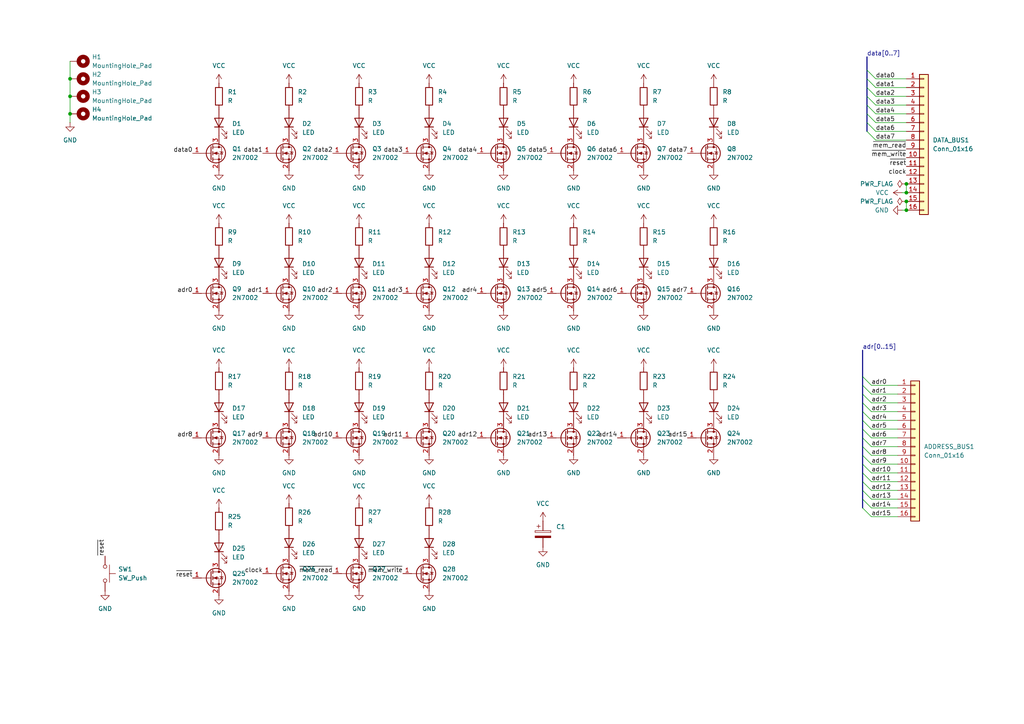
<source format=kicad_sch>
(kicad_sch (version 20250114) (generator "eeschema") (generator_version "9.0")
  (paper "A4")
  (title_block (title "PC-10 BUS SPY") (date "2025-02-27") (rev "A"))
  (junction (at 262.89 58.42))
  (junction (at 20.32 33.02))
  (junction (at 20.32 27.94))
  (junction (at 262.89 53.34))
  (junction (at 20.32 22.86))
  (junction (at 262.89 55.88))
  (junction (at 262.89 60.96))
  (bus_entry (at 251.46 20.32) (size 2.54 2.54))
  (bus_entry (at 250.19 139.7) (size 2.54 2.54))
  (bus_entry (at 250.19 142.24) (size 2.54 2.54))
  (bus_entry (at 251.46 33.02) (size 2.54 2.54))
  (bus_entry (at 250.19 132.08) (size 2.54 2.54))
  (bus_entry (at 251.46 22.86) (size 2.54 2.54))
  (bus_entry (at 250.19 144.78) (size 2.54 2.54))
  (bus_entry (at 250.19 116.84) (size 2.54 2.54))
  (bus_entry (at 250.19 109.22) (size 2.54 2.54))
  (bus_entry (at 251.46 25.4) (size 2.54 2.54))
  (bus_entry (at 250.19 114.3) (size 2.54 2.54))
  (bus_entry (at 251.46 35.56) (size 2.54 2.54))
  (bus_entry (at 250.19 134.62) (size 2.54 2.54))
  (bus_entry (at 250.19 119.38) (size 2.54 2.54))
  (bus_entry (at 250.19 127) (size 2.54 2.54))
  (bus_entry (at 250.19 129.54) (size 2.54 2.54))
  (bus_entry (at 250.19 124.46) (size 2.54 2.54))
  (bus_entry (at 250.19 121.92) (size 2.54 2.54))
  (bus_entry (at 250.19 111.76) (size 2.54 2.54))
  (bus_entry (at 250.19 137.16) (size 2.54 2.54))
  (bus_entry (at 251.46 38.1) (size 2.54 2.54))
  (bus_entry (at 251.46 30.48) (size 2.54 2.54))
  (bus_entry (at 251.46 27.94) (size 2.54 2.54))
  (bus_entry (at 250.19 147.32) (size 2.54 2.54))
  (wire (pts (xy 261.62 60.96) (xy 262.89 60.96)))
  (wire (pts (xy 252.73 124.46) (xy 260.35 124.46)))
  (wire (pts (xy 254 40.64) (xy 262.89 40.64)))
  (bus (pts (xy 250.19 109.22) (xy 250.19 111.76)))
  (bus (pts (xy 250.19 142.24) (xy 250.19 144.78)))
  (bus (pts (xy 250.19 101.6) (xy 250.19 109.22)))
  (bus (pts (xy 251.46 35.56) (xy 251.46 38.1)))
  (wire (pts (xy 20.32 27.94) (xy 20.32 33.02)))
  (bus (pts (xy 250.19 137.16) (xy 250.19 139.7)))
  (wire (pts (xy 20.32 17.78) (xy 20.32 22.86)))
  (wire (pts (xy 254 25.4) (xy 262.89 25.4)))
  (bus (pts (xy 250.19 134.62) (xy 250.19 137.16)))
  (wire (pts (xy 252.73 149.86) (xy 260.35 149.86)))
  (wire (pts (xy 252.73 132.08) (xy 260.35 132.08)))
  (bus (pts (xy 250.19 144.78) (xy 250.19 147.32)))
  (wire (pts (xy 252.73 121.92) (xy 260.35 121.92)))
  (bus (pts (xy 251.46 25.4) (xy 251.46 27.94)))
  (wire (pts (xy 254 27.94) (xy 262.89 27.94)))
  (bus (pts (xy 250.19 129.54) (xy 250.19 132.08)))
  (bus (pts (xy 250.19 139.7) (xy 250.19 142.24)))
  (bus (pts (xy 251.46 22.86) (xy 251.46 25.4)))
  (bus (pts (xy 250.19 116.84) (xy 250.19 119.38)))
  (wire (pts (xy 252.73 139.7) (xy 260.35 139.7)))
  (wire (pts (xy 252.73 111.76) (xy 260.35 111.76)))
  (wire (pts (xy 252.73 119.38) (xy 260.35 119.38)))
  (bus (pts (xy 251.46 16.51) (xy 251.46 20.32)))
  (wire (pts (xy 254 30.48) (xy 262.89 30.48)))
  (wire (pts (xy 252.73 137.16) (xy 260.35 137.16)))
  (wire (pts (xy 254 35.56) (xy 262.89 35.56)))
  (wire (pts (xy 254 33.02) (xy 262.89 33.02)))
  (bus (pts (xy 250.19 132.08) (xy 250.19 134.62)))
  (wire (pts (xy 252.73 127) (xy 260.35 127)))
  (bus (pts (xy 251.46 30.48) (xy 251.46 33.02)))
  (bus (pts (xy 250.19 119.38) (xy 250.19 121.92)))
  (wire (pts (xy 261.62 55.88) (xy 262.89 55.88)))
  (bus (pts (xy 250.19 121.92) (xy 250.19 124.46)))
  (bus (pts (xy 251.46 33.02) (xy 251.46 35.56)))
  (wire (pts (xy 252.73 144.78) (xy 260.35 144.78)))
  (bus (pts (xy 250.19 114.3) (xy 250.19 116.84)))
  (bus (pts (xy 250.19 111.76) (xy 250.19 114.3)))
  (wire (pts (xy 252.73 116.84) (xy 260.35 116.84)))
  (wire (pts (xy 252.73 147.32) (xy 260.35 147.32)))
  (bus (pts (xy 251.46 20.32) (xy 251.46 22.86)))
  (wire (pts (xy 252.73 134.62) (xy 260.35 134.62)))
  (wire (pts (xy 254 22.86) (xy 262.89 22.86)))
  (wire (pts (xy 254 38.1) (xy 262.89 38.1)))
  (wire (pts (xy 252.73 114.3) (xy 260.35 114.3)))
  (bus (pts (xy 250.19 124.46) (xy 250.19 127)))
  (wire (pts (xy 262.89 58.42) (xy 262.89 60.96)))
  (wire (pts (xy 262.89 53.34) (xy 262.89 55.88)))
  (bus (pts (xy 251.46 27.94) (xy 251.46 30.48)))
  (bus (pts (xy 250.19 127) (xy 250.19 129.54)))
  (wire (pts (xy 252.73 142.24) (xy 260.35 142.24)))
  (wire (pts (xy 20.32 35.56) (xy 20.32 33.02)))
  (wire (pts (xy 20.32 22.86) (xy 20.32 27.94)))
  (wire (pts (xy 252.73 129.54) (xy 260.35 129.54)))
  (label "adr14" (at 179.07 127 180))
  (label "data3" (at 254 30.48 0))
  (label "adr5" (at 158.75 85.09 180))
  (label "adr2" (at 252.73 116.84 0))
  (label "data2" (at 96.52 44.45 180))
  (label "adr13" (at 158.75 127 180))
  (label "adr13" (at 252.73 144.78 0))
  (label "~{reset}" (at 262.89 48.26 180))
  (label "adr11" (at 116.84 127 180))
  (label "adr2" (at 96.52 85.09 180))
  (label "adr11" (at 252.73 139.7 0))
  (label "adr6" (at 179.07 85.09 180))
  (label "data5" (at 158.75 44.45 180))
  (label "data5" (at 254 35.56 0))
  (label "~{mem_write}" (at 262.89 45.72 180))
  (label "adr6" (at 252.73 127 0))
  (label "~{mem_read}" (at 262.89 43.18 180))
  (label "adr12" (at 138.43 127 180))
  (label "adr1" (at 76.2 85.09 180))
  (label "data7" (at 254 40.64 0))
  (label "data4" (at 254 33.02 0))
  (label "adr0" (at 55.88 85.09 180))
  (label "data6" (at 179.07 44.45 180))
  (label "adr7" (at 199.39 85.09 180))
  (label "~{reset}" (at 30.48 161.29 90))
  (label "adr15" (at 252.73 149.86 0))
  (label "data2" (at 254 27.94 0))
  (label "adr8" (at 55.88 127 180))
  (label "adr12" (at 252.73 142.24 0))
  (label "clock" (at 262.89 50.8 180))
  (label "adr8" (at 252.73 132.08 0))
  (label "~{mem_write}" (at 116.84 166.37 180))
  (label "data7" (at 199.39 44.45 180))
  (label "~{mem_read}" (at 96.52 166.37 180))
  (label "adr7" (at 252.73 129.54 0))
  (label "adr15" (at 199.39 127 180))
  (label "adr4" (at 138.43 85.09 180))
  (label "adr10" (at 96.52 127 180))
  (label "adr10" (at 252.73 137.16 0))
  (label "data[0..7]" (at 251.46 16.51 0))
  (label "~{reset}" (at 55.88 167.64 180))
  (label "adr4" (at 252.73 121.92 0))
  (label "data4" (at 138.43 44.45 180))
  (label "adr9" (at 76.2 127 180))
  (label "adr14" (at 252.73 147.32 0))
  (label "data3" (at 116.84 44.45 180))
  (label "data1" (at 254 25.4 0))
  (label "adr1" (at 252.73 114.3 0))
  (label "clock" (at 76.2 166.37 180))
  (label "data0" (at 55.88 44.45 180))
  (label "data6" (at 254 38.1 0))
  (label "adr[0..15]" (at 250.19 101.6 0))
  (label "adr3" (at 252.73 119.38 0))
  (label "data1" (at 76.2 44.45 180))
  (label "adr3" (at 116.84 85.09 180))
  (label "data0" (at 254 22.86 0))
  (label "adr0" (at 252.73 111.76 0))
  (label "adr9" (at 252.73 134.62 0))
  (label "adr5" (at 252.73 124.46 0))
  (symbol (lib_id "power:GND") (at 63.5 172.72 0) (unit 1)
    (property "Reference" "#PWR072" (effects (hide yes)))
    (property "Value" "GND" (at 63.5 177.8 0))
    (property "Description" "Power symbol creates a global label with name \"GND\" , ground" (effects (hide yes)))
  )
  (symbol (lib_id "Device:R") (at 124.46 68.58 0) (unit 1)
    (property "Reference" "R12" (at 127 67.3099 0) (effects (justify left)))
    (property "Value" "R" (at 127 69.8499 0) (effects (justify left)))
    (property "Footprint" "Resistor_SMD:R_0603_1608Metric" (effects (hide yes)))
    (property "Description" "Resistor" (effects (hide yes)))
  )
  (symbol (lib_id "power:VCC") (at 186.69 64.77 0) (unit 1)
    (property "Reference" "#PWR051" (effects (hide yes)))
    (property "Value" "VCC" (at 186.69 59.69 0))
    (property "Description" "Power symbol creates a global label with name \"VCC\"" (effects (hide yes)))
  )
  (symbol (lib_id "power:VCC") (at 166.37 64.77 0) (unit 1)
    (property "Reference" "#PWR049" (effects (hide yes)))
    (property "Value" "VCC" (at 166.37 59.69 0))
    (property "Description" "Power symbol creates a global label with name \"VCC\"" (effects (hide yes)))
  )
  (symbol (lib_id "Device:LED") (at 207.01 118.11 90) (unit 1)
    (property "Reference" "D24" (at 210.82 118.4274 90) (effects (justify right)))
    (property "Value" "LED" (at 210.82 120.9674 90) (effects (justify right)))
    (property "Footprint" "LED_SMD:LED_0603_1608Metric" (effects (hide yes)))
    (property "Description" "Light emitting diode" (effects (hide yes)))
    (property "Sim.Pins" "1=K 2=A" (effects (hide yes)))
  )
  (symbol (lib_id "Transistor_FET:2N7002") (at 184.15 85.09 0) (unit 1)
    (property "Reference" "Q15" (at 190.5 83.8199 0) (effects (justify left)))
    (property "Value" "2N7002" (at 190.5 86.3599 0) (effects (justify left)))
    (property "Footprint" "Package_TO_SOT_SMD:SOT-23" (effects (hide yes)))
    (property "Datasheet" "https://www.onsemi.com/pub/Collateral/NDS7002A-D.PDF" (effects (hide yes)))
    (property "Description" "0.115A Id, 60V Vds, N-Channel MOSFET, SOT-23" (effects (hide yes)))
  )
  (symbol (lib_id "power:VCC") (at 63.5 24.13 0) (unit 1)
    (property "Reference" "#PWR023" (effects (hide yes)))
    (property "Value" "VCC" (at 63.5 19.05 0))
    (property "Description" "Power symbol creates a global label with name \"VCC\"" (effects (hide yes)))
  )
  (symbol (lib_id "Device:LED") (at 124.46 157.48 90) (unit 1)
    (property "Reference" "D28" (at 128.27 157.7974 90) (effects (justify right)))
    (property "Value" "LED" (at 128.27 160.3374 90) (effects (justify right)))
    (property "Footprint" "LED_SMD:LED_0603_1608Metric" (effects (hide yes)))
    (property "Description" "Light emitting diode" (effects (hide yes)))
    (property "Sim.Pins" "1=K 2=A" (effects (hide yes)))
  )
  (symbol (lib_id "Device:LED") (at 207.01 76.2 90) (unit 1)
    (property "Reference" "D16" (at 210.82 76.5174 90) (effects (justify right)))
    (property "Value" "LED" (at 210.82 79.0574 90) (effects (justify right)))
    (property "Footprint" "LED_SMD:LED_0603_1608Metric" (effects (hide yes)))
    (property "Description" "Light emitting diode" (effects (hide yes)))
    (property "Sim.Pins" "1=K 2=A" (effects (hide yes)))
  )
  (symbol (lib_id "power:VCC") (at 124.46 64.77 0) (unit 1)
    (property "Reference" "#PWR045" (effects (hide yes)))
    (property "Value" "VCC" (at 124.46 59.69 0))
    (property "Description" "Power symbol creates a global label with name \"VCC\"" (effects (hide yes)))
  )
  (symbol (lib_id "power:VCC") (at 146.05 64.77 0) (unit 1)
    (property "Reference" "#PWR047" (effects (hide yes)))
    (property "Value" "VCC" (at 146.05 59.69 0))
    (property "Description" "Power symbol creates a global label with name \"VCC\"" (effects (hide yes)))
  )
  (symbol (lib_id "Device:LED") (at 63.5 76.2 90) (unit 1)
    (property "Reference" "D9" (at 67.31 76.5174 90) (effects (justify right)))
    (property "Value" "LED" (at 67.31 79.0574 90) (effects (justify right)))
    (property "Footprint" "LED_SMD:LED_0603_1608Metric" (effects (hide yes)))
    (property "Description" "Light emitting diode" (effects (hide yes)))
    (property "Sim.Pins" "1=K 2=A" (effects (hide yes)))
  )
  (symbol (lib_id "power:VCC") (at 104.14 64.77 0) (unit 1)
    (property "Reference" "#PWR043" (effects (hide yes)))
    (property "Value" "VCC" (at 104.14 59.69 0))
    (property "Description" "Power symbol creates a global label with name \"VCC\"" (effects (hide yes)))
  )
  (symbol (lib_id "Device:LED") (at 146.05 76.2 90) (unit 1)
    (property "Reference" "D13" (at 149.86 76.5174 90) (effects (justify right)))
    (property "Value" "LED" (at 149.86 79.0574 90) (effects (justify right)))
    (property "Footprint" "LED_SMD:LED_0603_1608Metric" (effects (hide yes)))
    (property "Description" "Light emitting diode" (effects (hide yes)))
    (property "Sim.Pins" "1=K 2=A" (effects (hide yes)))
  )
  (symbol (lib_id "Transistor_FET:2N7002") (at 163.83 44.45 0) (unit 1)
    (property "Reference" "Q6" (at 170.18 43.1799 0) (effects (justify left)))
    (property "Value" "2N7002" (at 170.18 45.7199 0) (effects (justify left)))
    (property "Footprint" "Package_TO_SOT_SMD:SOT-23" (effects (hide yes)))
    (property "Datasheet" "https://www.onsemi.com/pub/Collateral/NDS7002A-D.PDF" (effects (hide yes)))
    (property "Description" "0.115A Id, 60V Vds, N-Channel MOSFET, SOT-23" (effects (hide yes)))
  )
  (symbol (lib_id "Device:R") (at 83.82 149.86 0) (unit 1)
    (property "Reference" "R26" (at 86.36 148.5899 0) (effects (justify left)))
    (property "Value" "R" (at 86.36 151.1299 0) (effects (justify left)))
    (property "Footprint" "Resistor_SMD:R_0603_1608Metric" (effects (hide yes)))
    (property "Description" "Resistor" (effects (hide yes)))
  )
  (symbol (lib_id "power:GND") (at 83.82 90.17 0) (unit 1)
    (property "Reference" "#PWR042" (effects (hide yes)))
    (property "Value" "GND" (at 83.82 95.25 0))
    (property "Description" "Power symbol creates a global label with name \"GND\" , ground" (effects (hide yes)))
  )
  (symbol (lib_id "Device:R") (at 166.37 68.58 0) (unit 1)
    (property "Reference" "R14" (at 168.91 67.3099 0) (effects (justify left)))
    (property "Value" "R" (at 168.91 69.8499 0) (effects (justify left)))
    (property "Footprint" "Resistor_SMD:R_0603_1608Metric" (effects (hide yes)))
    (property "Description" "Resistor" (effects (hide yes)))
  )
  (symbol (lib_id "Device:R") (at 83.82 68.58 0) (unit 1)
    (property "Reference" "R10" (at 86.36 67.3099 0) (effects (justify left)))
    (property "Value" "R" (at 86.36 69.8499 0) (effects (justify left)))
    (property "Footprint" "Resistor_SMD:R_0603_1608Metric" (effects (hide yes)))
    (property "Description" "Resistor" (effects (hide yes)))
  )
  (symbol (lib_id "Transistor_FET:2N7002") (at 184.15 127 0) (unit 1)
    (property "Reference" "Q23" (at 190.5 125.7299 0) (effects (justify left)))
    (property "Value" "2N7002" (at 190.5 128.2699 0) (effects (justify left)))
    (property "Footprint" "Package_TO_SOT_SMD:SOT-23" (effects (hide yes)))
    (property "Datasheet" "https://www.onsemi.com/pub/Collateral/NDS7002A-D.PDF" (effects (hide yes)))
    (property "Description" "0.115A Id, 60V Vds, N-Channel MOSFET, SOT-23" (effects (hide yes)))
  )
  (symbol (lib_id "Device:R") (at 146.05 68.58 0) (unit 1)
    (property "Reference" "R13" (at 148.59 67.3099 0) (effects (justify left)))
    (property "Value" "R" (at 148.59 69.8499 0) (effects (justify left)))
    (property "Footprint" "Resistor_SMD:R_0603_1608Metric" (effects (hide yes)))
    (property "Description" "Resistor" (effects (hide yes)))
  )
  (symbol (lib_id "power:GND") (at 104.14 171.45 0) (unit 1)
    (property "Reference" "#PWR076" (effects (hide yes)))
    (property "Value" "GND" (at 104.14 176.53 0))
    (property "Description" "Power symbol creates a global label with name \"GND\" , ground" (effects (hide yes)))
  )
  (symbol (lib_id "power:VCC") (at 83.82 64.77 0) (unit 1)
    (property "Reference" "#PWR041" (effects (hide yes)))
    (property "Value" "VCC" (at 83.82 59.69 0))
    (property "Description" "Power symbol creates a global label with name \"VCC\"" (effects (hide yes)))
  )
  (symbol (lib_id "power:VCC") (at 124.46 146.05 0) (unit 1)
    (property "Reference" "#PWR077" (effects (hide yes)))
    (property "Value" "VCC" (at 124.46 140.97 0))
    (property "Description" "Power symbol creates a global label with name \"VCC\"" (effects (hide yes)))
  )
  (symbol (lib_id "power:VCC") (at 186.69 24.13 0) (unit 1)
    (property "Reference" "#PWR035" (effects (hide yes)))
    (property "Value" "VCC" (at 186.69 19.05 0))
    (property "Description" "Power symbol creates a global label with name \"VCC\"" (effects (hide yes)))
  )
  (symbol (lib_id "Transistor_FET:2N7002") (at 60.96 85.09 0) (unit 1)
    (property "Reference" "Q9" (at 67.31 83.8199 0) (effects (justify left)))
    (property "Value" "2N7002" (at 67.31 86.3599 0) (effects (justify left)))
    (property "Footprint" "Package_TO_SOT_SMD:SOT-23" (effects (hide yes)))
    (property "Datasheet" "https://www.onsemi.com/pub/Collateral/NDS7002A-D.PDF" (effects (hide yes)))
    (property "Description" "0.115A Id, 60V Vds, N-Channel MOSFET, SOT-23" (effects (hide yes)))
  )
  (symbol (lib_id "Device:LED") (at 63.5 35.56 90) (unit 1)
    (property "Reference" "D1" (at 67.31 35.8774 90) (effects (justify right)))
    (property "Value" "LED" (at 67.31 38.4174 90) (effects (justify right)))
    (property "Footprint" "LED_SMD:LED_0603_1608Metric" (effects (hide yes)))
    (property "Description" "Light emitting diode" (effects (hide yes)))
    (property "Sim.Pins" "1=K 2=A" (effects (hide yes)))
  )
  (symbol (lib_id "power:VCC") (at 124.46 24.13 0) (unit 1)
    (property "Reference" "#PWR026" (effects (hide yes)))
    (property "Value" "VCC" (at 124.46 19.05 0))
    (property "Description" "Power symbol creates a global label with name \"VCC\"" (effects (hide yes)))
  )
  (symbol (lib_id "power:GND") (at 124.46 171.45 0) (unit 1)
    (property "Reference" "#PWR078" (effects (hide yes)))
    (property "Value" "GND" (at 124.46 176.53 0))
    (property "Description" "Power symbol creates a global label with name \"GND\" , ground" (effects (hide yes)))
  )
  (symbol (lib_id "Device:R") (at 83.82 27.94 0) (unit 1)
    (property "Reference" "R2" (at 86.36 26.6699 0) (effects (justify left)))
    (property "Value" "R" (at 86.36 29.2099 0) (effects (justify left)))
    (property "Footprint" "Resistor_SMD:R_0603_1608Metric" (effects (hide yes)))
    (property "Description" "Resistor" (effects (hide yes)))
  )
  (symbol (lib_id "power:GND") (at 83.82 171.45 0) (unit 1)
    (property "Reference" "#PWR074" (effects (hide yes)))
    (property "Value" "GND" (at 83.82 176.53 0))
    (property "Description" "Power symbol creates a global label with name \"GND\" , ground" (effects (hide yes)))
  )
  (symbol (lib_id "Transistor_FET:2N7002") (at 121.92 166.37 0) (unit 1)
    (property "Reference" "Q28" (at 128.27 165.0999 0) (effects (justify left)))
    (property "Value" "2N7002" (at 128.27 167.6399 0) (effects (justify left)))
    (property "Footprint" "Package_TO_SOT_SMD:SOT-23" (effects (hide yes)))
    (property "Datasheet" "https://www.onsemi.com/pub/Collateral/NDS7002A-D.PDF" (effects (hide yes)))
    (property "Description" "0.115A Id, 60V Vds, N-Channel MOSFET, SOT-23" (effects (hide yes)))
  )
  (symbol (lib_id "Device:LED") (at 63.5 118.11 90) (unit 1)
    (property "Reference" "D17" (at 67.31 118.4274 90) (effects (justify right)))
    (property "Value" "LED" (at 67.31 120.9674 90) (effects (justify right)))
    (property "Footprint" "LED_SMD:LED_0603_1608Metric" (effects (hide yes)))
    (property "Description" "Light emitting diode" (effects (hide yes)))
    (property "Sim.Pins" "1=K 2=A" (effects (hide yes)))
  )
  (symbol (lib_id "Transistor_FET:2N7002") (at 204.47 44.45 0) (unit 1)
    (property "Reference" "Q8" (at 210.82 43.1799 0) (effects (justify left)))
    (property "Value" "2N7002" (at 210.82 45.7199 0) (effects (justify left)))
    (property "Footprint" "Package_TO_SOT_SMD:SOT-23" (effects (hide yes)))
    (property "Datasheet" "https://www.onsemi.com/pub/Collateral/NDS7002A-D.PDF" (effects (hide yes)))
    (property "Description" "0.115A Id, 60V Vds, N-Channel MOSFET, SOT-23" (effects (hide yes)))
  )
  (symbol (lib_id "power:VCC") (at 207.01 64.77 0) (unit 1)
    (property "Reference" "#PWR053" (effects (hide yes)))
    (property "Value" "VCC" (at 207.01 59.69 0))
    (property "Description" "Power symbol creates a global label with name \"VCC\"" (effects (hide yes)))
  )
  (symbol (lib_id "Transistor_FET:2N7002") (at 204.47 85.09 0) (unit 1)
    (property "Reference" "Q16" (at 210.82 83.8199 0) (effects (justify left)))
    (property "Value" "2N7002" (at 210.82 86.3599 0) (effects (justify left)))
    (property "Footprint" "Package_TO_SOT_SMD:SOT-23" (effects (hide yes)))
    (property "Datasheet" "https://www.onsemi.com/pub/Collateral/NDS7002A-D.PDF" (effects (hide yes)))
    (property "Description" "0.115A Id, 60V Vds, N-Channel MOSFET, SOT-23" (effects (hide yes)))
  )
  (symbol (lib_id "power:GND") (at 186.69 132.08 0) (unit 1)
    (property "Reference" "#PWR068" (effects (hide yes)))
    (property "Value" "GND" (at 186.69 137.16 0))
    (property "Description" "Power symbol creates a global label with name \"GND\" , ground" (effects (hide yes)))
  )
  (symbol (lib_id "Device:LED") (at 207.01 35.56 90) (unit 1)
    (property "Reference" "D8" (at 210.82 35.8774 90) (effects (justify right)))
    (property "Value" "LED" (at 210.82 38.4174 90) (effects (justify right)))
    (property "Footprint" "LED_SMD:LED_0603_1608Metric" (effects (hide yes)))
    (property "Description" "Light emitting diode" (effects (hide yes)))
    (property "Sim.Pins" "1=K 2=A" (effects (hide yes)))
  )
  (symbol (lib_id "Transistor_FET:2N7002") (at 121.92 85.09 0) (unit 1)
    (property "Reference" "Q12" (at 128.27 83.8199 0) (effects (justify left)))
    (property "Value" "2N7002" (at 128.27 86.3599 0) (effects (justify left)))
    (property "Footprint" "Package_TO_SOT_SMD:SOT-23" (effects (hide yes)))
    (property "Datasheet" "https://www.onsemi.com/pub/Collateral/NDS7002A-D.PDF" (effects (hide yes)))
    (property "Description" "0.115A Id, 60V Vds, N-Channel MOSFET, SOT-23" (effects (hide yes)))
  )
  (symbol (lib_id "Device:R") (at 63.5 151.13 0) (unit 1)
    (property "Reference" "R25" (at 66.04 149.8599 0) (effects (justify left)))
    (property "Value" "R" (at 66.04 152.3999 0) (effects (justify left)))
    (property "Footprint" "Resistor_SMD:R_0603_1608Metric" (effects (hide yes)))
    (property "Description" "Resistor" (effects (hide yes)))
  )
  (symbol (lib_id "Device:R") (at 207.01 110.49 0) (unit 1)
    (property "Reference" "R24" (at 209.55 109.2199 0) (effects (justify left)))
    (property "Value" "R" (at 209.55 111.7599 0) (effects (justify left)))
    (property "Footprint" "Resistor_SMD:R_0603_1608Metric" (effects (hide yes)))
    (property "Description" "Resistor" (effects (hide yes)))
  )
  (symbol (lib_id "Device:LED") (at 83.82 118.11 90) (unit 1)
    (property "Reference" "D18" (at 87.63 118.4274 90) (effects (justify right)))
    (property "Value" "LED" (at 87.63 120.9674 90) (effects (justify right)))
    (property "Footprint" "LED_SMD:LED_0603_1608Metric" (effects (hide yes)))
    (property "Description" "Light emitting diode" (effects (hide yes)))
    (property "Sim.Pins" "1=K 2=A" (effects (hide yes)))
  )
  (symbol (lib_id "Device:LED") (at 124.46 118.11 90) (unit 1)
    (property "Reference" "D20" (at 128.27 118.4274 90) (effects (justify right)))
    (property "Value" "LED" (at 128.27 120.9674 90) (effects (justify right)))
    (property "Footprint" "LED_SMD:LED_0603_1608Metric" (effects (hide yes)))
    (property "Description" "Light emitting diode" (effects (hide yes)))
    (property "Sim.Pins" "1=K 2=A" (effects (hide yes)))
  )
  (symbol (lib_id "Transistor_FET:2N7002") (at 204.47 127 0) (unit 1)
    (property "Reference" "Q24" (at 210.82 125.7299 0) (effects (justify left)))
    (property "Value" "2N7002" (at 210.82 128.2699 0) (effects (justify left)))
    (property "Footprint" "Package_TO_SOT_SMD:SOT-23" (effects (hide yes)))
    (property "Datasheet" "https://www.onsemi.com/pub/Collateral/NDS7002A-D.PDF" (effects (hide yes)))
    (property "Description" "0.115A Id, 60V Vds, N-Channel MOSFET, SOT-23" (effects (hide yes)))
  )
  (symbol (lib_id "Device:R") (at 104.14 68.58 0) (unit 1)
    (property "Reference" "R11" (at 106.68 67.3099 0) (effects (justify left)))
    (property "Value" "R" (at 106.68 69.8499 0) (effects (justify left)))
    (property "Footprint" "Resistor_SMD:R_0603_1608Metric" (effects (hide yes)))
    (property "Description" "Resistor" (effects (hide yes)))
  )
  (symbol (lib_id "power:GND") (at 83.82 49.53 0) (unit 1)
    (property "Reference" "#PWR028" (effects (hide yes)))
    (property "Value" "GND" (at 83.82 54.61 0))
    (property "Description" "Power symbol creates a global label with name \"GND\" , ground" (effects (hide yes)))
  )
  (symbol (lib_id "power:GND") (at 104.14 49.53 0) (unit 1)
    (property "Reference" "#PWR029" (effects (hide yes)))
    (property "Value" "GND" (at 104.14 54.61 0))
    (property "Description" "Power symbol creates a global label with name \"GND\" , ground" (effects (hide yes)))
  )
  (symbol (lib_id "Transistor_FET:2N7002") (at 101.6 44.45 0) (unit 1)
    (property "Reference" "Q3" (at 107.95 43.1799 0) (effects (justify left)))
    (property "Value" "2N7002" (at 107.95 45.7199 0) (effects (justify left)))
    (property "Footprint" "Package_TO_SOT_SMD:SOT-23" (effects (hide yes)))
    (property "Datasheet" "https://www.onsemi.com/pub/Collateral/NDS7002A-D.PDF" (effects (hide yes)))
    (property "Description" "0.115A Id, 60V Vds, N-Channel MOSFET, SOT-23" (effects (hide yes)))
  )
  (symbol (lib_id "Device:R") (at 63.5 68.58 0) (unit 1)
    (property "Reference" "R9" (at 66.04 67.3099 0) (effects (justify left)))
    (property "Value" "R" (at 66.04 69.8499 0) (effects (justify left)))
    (property "Footprint" "Resistor_SMD:R_0603_1608Metric" (effects (hide yes)))
    (property "Description" "Resistor" (effects (hide yes)))
  )
  (symbol (lib_id "power:VCC") (at 83.82 24.13 0) (unit 1)
    (property "Reference" "#PWR024" (effects (hide yes)))
    (property "Value" "VCC" (at 83.82 19.05 0))
    (property "Description" "Power symbol creates a global label with name \"VCC\"" (effects (hide yes)))
  )
  (symbol (lib_id "Transistor_FET:2N7002") (at 121.92 127 0) (unit 1)
    (property "Reference" "Q20" (at 128.27 125.7299 0) (effects (justify left)))
    (property "Value" "2N7002" (at 128.27 128.2699 0) (effects (justify left)))
    (property "Footprint" "Package_TO_SOT_SMD:SOT-23" (effects (hide yes)))
    (property "Datasheet" "https://www.onsemi.com/pub/Collateral/NDS7002A-D.PDF" (effects (hide yes)))
    (property "Description" "0.115A Id, 60V Vds, N-Channel MOSFET, SOT-23" (effects (hide yes)))
  )
  (symbol (lib_id "Mechanical:MountingHole_Pad") (at 22.86 22.86 270) (unit 1) (exclude_from_sim yes) (in_bom no)
    (property "Reference" "H2" (at 26.67 21.5899 90) (effects (justify left)))
    (property "Value" "MountingHole_Pad" (at 26.67 24.1299 90) (effects (justify left)))
    (property "Footprint" "MountingHole:MountingHole_3.2mm_M3_Pad_Via" (effects (hide yes)))
    (property "Description" "Mounting Hole with connection" (effects (hide yes)))
  )
  (symbol (lib_id "power:VCC") (at 186.69 106.68 0) (unit 1)
    (property "Reference" "#PWR067" (effects (hide yes)))
    (property "Value" "VCC" (at 186.69 101.6 0))
    (property "Description" "Power symbol creates a global label with name \"VCC\"" (effects (hide yes)))
  )
  (symbol (lib_id "power:VCC") (at 63.5 147.32 0) (unit 1)
    (property "Reference" "#PWR071" (effects (hide yes)))
    (property "Value" "VCC" (at 63.5 142.24 0))
    (property "Description" "Power symbol creates a global label with name \"VCC\"" (effects (hide yes)))
  )
  (symbol (lib_id "Transistor_FET:2N7002") (at 143.51 85.09 0) (unit 1)
    (property "Reference" "Q13" (at 149.86 83.8199 0) (effects (justify left)))
    (property "Value" "2N7002" (at 149.86 86.3599 0) (effects (justify left)))
    (property "Footprint" "Package_TO_SOT_SMD:SOT-23" (effects (hide yes)))
    (property "Datasheet" "https://www.onsemi.com/pub/Collateral/NDS7002A-D.PDF" (effects (hide yes)))
    (property "Description" "0.115A Id, 60V Vds, N-Channel MOSFET, SOT-23" (effects (hide yes)))
  )
  (symbol (lib_id "Transistor_FET:2N7002") (at 143.51 44.45 0) (unit 1)
    (property "Reference" "Q5" (at 149.86 43.1799 0) (effects (justify left)))
    (property "Value" "2N7002" (at 149.86 45.7199 0) (effects (justify left)))
    (property "Footprint" "Package_TO_SOT_SMD:SOT-23" (effects (hide yes)))
    (property "Datasheet" "https://www.onsemi.com/pub/Collateral/NDS7002A-D.PDF" (effects (hide yes)))
    (property "Description" "0.115A Id, 60V Vds, N-Channel MOSFET, SOT-23" (effects (hide yes)))
  )
  (symbol (lib_id "Device:R") (at 186.69 68.58 0) (unit 1)
    (property "Reference" "R15" (at 189.23 67.3099 0) (effects (justify left)))
    (property "Value" "R" (at 189.23 69.8499 0) (effects (justify left)))
    (property "Footprint" "Resistor_SMD:R_0603_1608Metric" (effects (hide yes)))
    (property "Description" "Resistor" (effects (hide yes)))
  )
  (symbol (lib_id "Device:LED") (at 124.46 76.2 90) (unit 1)
    (property "Reference" "D12" (at 128.27 76.5174 90) (effects (justify right)))
    (property "Value" "LED" (at 128.27 79.0574 90) (effects (justify right)))
    (property "Footprint" "LED_SMD:LED_0603_1608Metric" (effects (hide yes)))
    (property "Description" "Light emitting diode" (effects (hide yes)))
    (property "Sim.Pins" "1=K 2=A" (effects (hide yes)))
  )
  (symbol (lib_id "Transistor_FET:2N7002") (at 81.28 85.09 0) (unit 1)
    (property "Reference" "Q10" (at 87.63 83.8199 0) (effects (justify left)))
    (property "Value" "2N7002" (at 87.63 86.3599 0) (effects (justify left)))
    (property "Footprint" "Package_TO_SOT_SMD:SOT-23" (effects (hide yes)))
    (property "Datasheet" "https://www.onsemi.com/pub/Collateral/NDS7002A-D.PDF" (effects (hide yes)))
    (property "Description" "0.115A Id, 60V Vds, N-Channel MOSFET, SOT-23" (effects (hide yes)))
  )
  (symbol (lib_id "power:GND") (at 63.5 49.53 0) (unit 1)
    (property "Reference" "#PWR027" (effects (hide yes)))
    (property "Value" "GND" (at 63.5 54.61 0))
    (property "Description" "Power symbol creates a global label with name \"GND\" , ground" (effects (hide yes)))
  )
  (symbol (lib_id "power:GND") (at 124.46 90.17 0) (unit 1)
    (property "Reference" "#PWR046" (effects (hide yes)))
    (property "Value" "GND" (at 124.46 95.25 0))
    (property "Description" "Power symbol creates a global label with name \"GND\" , ground" (effects (hide yes)))
  )
  (symbol (lib_id "Device:R") (at 207.01 27.94 0) (unit 1)
    (property "Reference" "R8" (at 209.55 26.6699 0) (effects (justify left)))
    (property "Value" "R" (at 209.55 29.2099 0) (effects (justify left)))
    (property "Footprint" "Resistor_SMD:R_0603_1608Metric" (effects (hide yes)))
    (property "Description" "Resistor" (effects (hide yes)))
  )
  (symbol (lib_id "Mechanical:MountingHole_Pad") (at 22.86 17.78 270) (unit 1) (exclude_from_sim yes) (in_bom no)
    (property "Reference" "H1" (at 26.67 16.5099 90) (effects (justify left)))
    (property "Value" "MountingHole_Pad" (at 26.67 19.0499 90) (effects (justify left)))
    (property "Footprint" "MountingHole:MountingHole_3.2mm_M3_Pad_Via" (effects (hide yes)))
    (property "Description" "Mounting Hole with connection" (effects (hide yes)))
  )
  (symbol (lib_id "Transistor_FET:2N7002") (at 184.15 44.45 0) (unit 1)
    (property "Reference" "Q7" (at 190.5 43.1799 0) (effects (justify left)))
    (property "Value" "2N7002" (at 190.5 45.7199 0) (effects (justify left)))
    (property "Footprint" "Package_TO_SOT_SMD:SOT-23" (effects (hide yes)))
    (property "Datasheet" "https://www.onsemi.com/pub/Collateral/NDS7002A-D.PDF" (effects (hide yes)))
    (property "Description" "0.115A Id, 60V Vds, N-Channel MOSFET, SOT-23" (effects (hide yes)))
  )
  (symbol (lib_id "power:VCC") (at 83.82 106.68 0) (unit 1)
    (property "Reference" "#PWR057" (effects (hide yes)))
    (property "Value" "VCC" (at 83.82 101.6 0))
    (property "Description" "Power symbol creates a global label with name \"VCC\"" (effects (hide yes)))
  )
  (symbol (lib_id "power:VCC") (at 124.46 106.68 0) (unit 1)
    (property "Reference" "#PWR061" (effects (hide yes)))
    (property "Value" "VCC" (at 124.46 101.6 0))
    (property "Description" "Power symbol creates a global label with name \"VCC\"" (effects (hide yes)))
  )
  (symbol (lib_id "power:VCC") (at 63.5 106.68 0) (unit 1)
    (property "Reference" "#PWR055" (effects (hide yes)))
    (property "Value" "VCC" (at 63.5 101.6 0))
    (property "Description" "Power symbol creates a global label with name \"VCC\"" (effects (hide yes)))
  )
  (symbol (lib_id "power:GND") (at 30.48 171.45 0) (unit 1)
    (property "Reference" "#PWR079" (effects (hide yes)))
    (property "Value" "GND" (at 30.48 176.53 0))
    (property "Description" "Power symbol creates a global label with name \"GND\" , ground" (effects (hide yes)))
  )
  (symbol (lib_id "power:VCC") (at 146.05 24.13 0) (unit 1)
    (property "Reference" "#PWR031" (effects (hide yes)))
    (property "Value" "VCC" (at 146.05 19.05 0))
    (property "Description" "Power symbol creates a global label with name \"VCC\"" (effects (hide yes)))
  )
  (symbol (lib_id "Device:LED") (at 63.5 158.75 90) (unit 1)
    (property "Reference" "D25" (at 67.31 159.0674 90) (effects (justify right)))
    (property "Value" "LED" (at 67.31 161.6074 90) (effects (justify right)))
    (property "Footprint" "LED_SMD:LED_0603_1608Metric" (effects (hide yes)))
    (property "Description" "Light emitting diode" (effects (hide yes)))
    (property "Sim.Pins" "1=K 2=A" (effects (hide yes)))
  )
  (symbol (lib_id "Transistor_FET:2N7002") (at 163.83 127 0) (unit 1)
    (property "Reference" "Q22" (at 170.18 125.7299 0) (effects (justify left)))
    (property "Value" "2N7002" (at 170.18 128.2699 0) (effects (justify left)))
    (property "Footprint" "Package_TO_SOT_SMD:SOT-23" (effects (hide yes)))
    (property "Datasheet" "https://www.onsemi.com/pub/Collateral/NDS7002A-D.PDF" (effects (hide yes)))
    (property "Description" "0.115A Id, 60V Vds, N-Channel MOSFET, SOT-23" (effects (hide yes)))
  )
  (symbol (lib_id "Device:R") (at 166.37 110.49 0) (unit 1)
    (property "Reference" "R22" (at 168.91 109.2199 0) (effects (justify left)))
    (property "Value" "R" (at 168.91 111.7599 0) (effects (justify left)))
    (property "Footprint" "Resistor_SMD:R_0603_1608Metric" (effects (hide yes)))
    (property "Description" "Resistor" (effects (hide yes)))
  )
  (symbol (lib_id "power:GND") (at 20.32 35.56 0) (unit 1)
    (property "Reference" "#PWR013" (effects (hide yes)))
    (property "Value" "GND" (at 20.32 40.64 0))
    (property "Description" "Power symbol creates a global label with name \"GND\" , ground" (effects (hide yes)))
  )
  (symbol (lib_id "power:GND") (at 166.37 90.17 0) (unit 1)
    (property "Reference" "#PWR050" (effects (hide yes)))
    (property "Value" "GND" (at 166.37 95.25 0))
    (property "Description" "Power symbol creates a global label with name \"GND\" , ground" (effects (hide yes)))
  )
  (symbol (lib_id "Device:R") (at 83.82 110.49 0) (unit 1)
    (property "Reference" "R18" (at 86.36 109.2199 0) (effects (justify left)))
    (property "Value" "R" (at 86.36 111.7599 0) (effects (justify left)))
    (property "Footprint" "Resistor_SMD:R_0603_1608Metric" (effects (hide yes)))
    (property "Description" "Resistor" (effects (hide yes)))
  )
  (symbol (lib_id "power:GND") (at 63.5 132.08 0) (unit 1)
    (property "Reference" "#PWR056" (effects (hide yes)))
    (property "Value" "GND" (at 63.5 137.16 0))
    (property "Description" "Power symbol creates a global label with name \"GND\" , ground" (effects (hide yes)))
  )
  (symbol (lib_id "Device:LED") (at 104.14 157.48 90) (unit 1)
    (property "Reference" "D27" (at 107.95 157.7974 90) (effects (justify right)))
    (property "Value" "LED" (at 107.95 160.3374 90) (effects (justify right)))
    (property "Footprint" "LED_SMD:LED_0603_1608Metric" (effects (hide yes)))
    (property "Description" "Light emitting diode" (effects (hide yes)))
    (property "Sim.Pins" "1=K 2=A" (effects (hide yes)))
  )
  (symbol (lib_id "Device:LED") (at 186.69 76.2 90) (unit 1)
    (property "Reference" "D15" (at 190.5 76.5174 90) (effects (justify right)))
    (property "Value" "LED" (at 190.5 79.0574 90) (effects (justify right)))
    (property "Footprint" "LED_SMD:LED_0603_1608Metric" (effects (hide yes)))
    (property "Description" "Light emitting diode" (effects (hide yes)))
    (property "Sim.Pins" "1=K 2=A" (effects (hide yes)))
  )
  (symbol (lib_id "Device:LED") (at 104.14 35.56 90) (unit 1)
    (property "Reference" "D3" (at 107.95 35.8774 90) (effects (justify right)))
    (property "Value" "LED" (at 107.95 38.4174 90) (effects (justify right)))
    (property "Footprint" "LED_SMD:LED_0603_1608Metric" (effects (hide yes)))
    (property "Description" "Light emitting diode" (effects (hide yes)))
    (property "Sim.Pins" "1=K 2=A" (effects (hide yes)))
  )
  (symbol (lib_id "Transistor_FET:2N7002") (at 60.96 167.64 0) (unit 1)
    (property "Reference" "Q25" (at 67.31 166.3699 0) (effects (justify left)))
    (property "Value" "2N7002" (at 67.31 168.9099 0) (effects (justify left)))
    (property "Footprint" "Package_TO_SOT_SMD:SOT-23" (effects (hide yes)))
    (property "Datasheet" "https://www.onsemi.com/pub/Collateral/NDS7002A-D.PDF" (effects (hide yes)))
    (property "Description" "0.115A Id, 60V Vds, N-Channel MOSFET, SOT-23" (effects (hide yes)))
  )
  (symbol (lib_id "power:VCC") (at 83.82 146.05 0) (unit 1)
    (property "Reference" "#PWR073" (effects (hide yes)))
    (property "Value" "VCC" (at 83.82 140.97 0))
    (property "Description" "Power symbol creates a global label with name \"VCC\"" (effects (hide yes)))
  )
  (symbol (lib_id "Connector_Generic:Conn_01x16") (at 267.97 40.64 0) (unit 1)
    (property "Reference" "DATA_BUS1" (at 270.51 40.6399 0) (effects (justify left)))
    (property "Value" "Conn_01x16" (at 270.51 43.1799 0) (effects (justify left)))
    (property "Footprint" "Connector_IDC:IDC-Header_2x08_P2.54mm_Horizontal" (effects (hide yes)))
    (property "Description" "Generic connector, single row, 01x16, script generated (kicad-library-utils/schlib/autogen/connector/)" (effects (hide yes)))
  )
  (symbol (lib_id "Transistor_FET:2N7002") (at 121.92 44.45 0) (unit 1)
    (property "Reference" "Q4" (at 128.27 43.1799 0) (effects (justify left)))
    (property "Value" "2N7002" (at 128.27 45.7199 0) (effects (justify left)))
    (property "Footprint" "Package_TO_SOT_SMD:SOT-23" (effects (hide yes)))
    (property "Datasheet" "https://www.onsemi.com/pub/Collateral/NDS7002A-D.PDF" (effects (hide yes)))
    (property "Description" "0.115A Id, 60V Vds, N-Channel MOSFET, SOT-23" (effects (hide yes)))
  )
  (symbol (lib_id "power:GND") (at 124.46 49.53 0) (unit 1)
    (property "Reference" "#PWR030" (effects (hide yes)))
    (property "Value" "GND" (at 124.46 54.61 0))
    (property "Description" "Power symbol creates a global label with name \"GND\" , ground" (effects (hide yes)))
  )
  (symbol (lib_id "Device:R") (at 146.05 27.94 0) (unit 1)
    (property "Reference" "R5" (at 148.59 26.6699 0) (effects (justify left)))
    (property "Value" "R" (at 148.59 29.2099 0) (effects (justify left)))
    (property "Footprint" "Resistor_SMD:R_0603_1608Metric" (effects (hide yes)))
    (property "Description" "Resistor" (effects (hide yes)))
  )
  (symbol (lib_id "power:PWR_FLAG") (at 262.89 58.42 90) (unit 1)
    (property "Reference" "#FLG02" (effects (hide yes)))
    (property "Value" "PWR_FLAG" (at 259.08 58.4199 90) (effects (justify left)))
    (property "Description" "Special symbol for telling ERC where power comes from" (effects (hide yes)))
  )
  (symbol (lib_id "power:VCC") (at 104.14 106.68 0) (unit 1)
    (property "Reference" "#PWR059" (effects (hide yes)))
    (property "Value" "VCC" (at 104.14 101.6 0))
    (property "Description" "Power symbol creates a global label with name \"VCC\"" (effects (hide yes)))
  )
  (symbol (lib_id "power:GND") (at 104.14 132.08 0) (unit 1)
    (property "Reference" "#PWR060" (effects (hide yes)))
    (property "Value" "GND" (at 104.14 137.16 0))
    (property "Description" "Power symbol creates a global label with name \"GND\" , ground" (effects (hide yes)))
  )
  (symbol (lib_id "power:GND") (at 207.01 90.17 0) (unit 1)
    (property "Reference" "#PWR054" (effects (hide yes)))
    (property "Value" "GND" (at 207.01 95.25 0))
    (property "Description" "Power symbol creates a global label with name \"GND\" , ground" (effects (hide yes)))
  )
  (symbol (lib_id "power:VCC") (at 207.01 106.68 0) (unit 1)
    (property "Reference" "#PWR069" (effects (hide yes)))
    (property "Value" "VCC" (at 207.01 101.6 0))
    (property "Description" "Power symbol creates a global label with name \"VCC\"" (effects (hide yes)))
  )
  (symbol (lib_id "Transistor_FET:2N7002") (at 81.28 44.45 0) (unit 1)
    (property "Reference" "Q2" (at 87.63 43.1799 0) (effects (justify left)))
    (property "Value" "2N7002" (at 87.63 45.7199 0) (effects (justify left)))
    (property "Footprint" "Package_TO_SOT_SMD:SOT-23" (effects (hide yes)))
    (property "Datasheet" "https://www.onsemi.com/pub/Collateral/NDS7002A-D.PDF" (effects (hide yes)))
    (property "Description" "0.115A Id, 60V Vds, N-Channel MOSFET, SOT-23" (effects (hide yes)))
  )
  (symbol (lib_id "power:GND") (at 207.01 49.53 0) (unit 1)
    (property "Reference" "#PWR038" (effects (hide yes)))
    (property "Value" "GND" (at 207.01 54.61 0))
    (property "Description" "Power symbol creates a global label with name \"GND\" , ground" (effects (hide yes)))
  )
  (symbol (lib_id "Mechanical:MountingHole_Pad") (at 22.86 27.94 270) (unit 1) (exclude_from_sim yes) (in_bom no)
    (property "Reference" "H3" (at 26.67 26.6699 90) (effects (justify left)))
    (property "Value" "MountingHole_Pad" (at 26.67 29.2099 90) (effects (justify left)))
    (property "Footprint" "MountingHole:MountingHole_3.2mm_M3_Pad_Via" (effects (hide yes)))
    (property "Description" "Mounting Hole with connection" (effects (hide yes)))
  )
  (symbol (lib_id "Device:R") (at 186.69 110.49 0) (unit 1)
    (property "Reference" "R23" (at 189.23 109.2199 0) (effects (justify left)))
    (property "Value" "R" (at 189.23 111.7599 0) (effects (justify left)))
    (property "Footprint" "Resistor_SMD:R_0603_1608Metric" (effects (hide yes)))
    (property "Description" "Resistor" (effects (hide yes)))
  )
  (symbol (lib_id "Connector_Generic:Conn_01x16") (at 265.43 129.54 0) (unit 1)
    (property "Reference" "ADDRESS_BUS1" (at 267.97 129.5399 0) (effects (justify left)))
    (property "Value" "Conn_01x16" (at 267.97 132.0799 0) (effects (justify left)))
    (property "Footprint" "Connector_IDC:IDC-Header_2x08_P2.54mm_Horizontal" (effects (hide yes)))
    (property "Description" "Generic connector, single row, 01x16, script generated (kicad-library-utils/schlib/autogen/connector/)" (effects (hide yes)))
  )
  (symbol (lib_id "power:VCC") (at 166.37 106.68 0) (unit 1)
    (property "Reference" "#PWR065" (effects (hide yes)))
    (property "Value" "VCC" (at 166.37 101.6 0))
    (property "Description" "Power symbol creates a global label with name \"VCC\"" (effects (hide yes)))
  )
  (symbol (lib_id "Transistor_FET:2N7002") (at 60.96 127 0) (unit 1)
    (property "Reference" "Q17" (at 67.31 125.7299 0) (effects (justify left)))
    (property "Value" "2N7002" (at 67.31 128.2699 0) (effects (justify left)))
    (property "Footprint" "Package_TO_SOT_SMD:SOT-23" (effects (hide yes)))
    (property "Datasheet" "https://www.onsemi.com/pub/Collateral/NDS7002A-D.PDF" (effects (hide yes)))
    (property "Description" "0.115A Id, 60V Vds, N-Channel MOSFET, SOT-23" (effects (hide yes)))
  )
  (symbol (lib_id "power:VCC") (at 207.01 24.13 0) (unit 1)
    (property "Reference" "#PWR037" (effects (hide yes)))
    (property "Value" "VCC" (at 207.01 19.05 0))
    (property "Description" "Power symbol creates a global label with name \"VCC\"" (effects (hide yes)))
  )
  (symbol (lib_id "power:GND") (at 124.46 132.08 0) (unit 1)
    (property "Reference" "#PWR062" (effects (hide yes)))
    (property "Value" "GND" (at 124.46 137.16 0))
    (property "Description" "Power symbol creates a global label with name \"GND\" , ground" (effects (hide yes)))
  )
  (symbol (lib_id "Device:LED") (at 104.14 118.11 90) (unit 1)
    (property "Reference" "D19" (at 107.95 118.4274 90) (effects (justify right)))
    (property "Value" "LED" (at 107.95 120.9674 90) (effects (justify right)))
    (property "Footprint" "LED_SMD:LED_0603_1608Metric" (effects (hide yes)))
    (property "Description" "Light emitting diode" (effects (hide yes)))
    (property "Sim.Pins" "1=K 2=A" (effects (hide yes)))
  )
  (symbol (lib_id "Device:R") (at 63.5 110.49 0) (unit 1)
    (property "Reference" "R17" (at 66.04 109.2199 0) (effects (justify left)))
    (property "Value" "R" (at 66.04 111.7599 0) (effects (justify left)))
    (property "Footprint" "Resistor_SMD:R_0603_1608Metric" (effects (hide yes)))
    (property "Description" "Resistor" (effects (hide yes)))
  )
  (symbol (lib_id "Transistor_FET:2N7002") (at 60.96 44.45 0) (unit 1)
    (property "Reference" "Q1" (at 67.31 43.1799 0) (effects (justify left)))
    (property "Value" "2N7002" (at 67.31 45.7199 0) (effects (justify left)))
    (property "Footprint" "Package_TO_SOT_SMD:SOT-23" (effects (hide yes)))
    (property "Datasheet" "https://www.onsemi.com/pub/Collateral/NDS7002A-D.PDF" (effects (hide yes)))
    (property "Description" "0.115A Id, 60V Vds, N-Channel MOSFET, SOT-23" (effects (hide yes)))
  )
  (symbol (lib_id "power:VCC") (at 157.48 151.13 0) (unit 1)
    (property "Reference" "#PWR019" (effects (hide yes)))
    (property "Value" "VCC" (at 157.48 146.05 0))
    (property "Description" "Power symbol creates a global label with name \"VCC\"" (effects (hide yes)))
  )
  (symbol (lib_id "power:GND") (at 261.62 60.96 270) (unit 1)
    (property "Reference" "#PWR021" (effects (hide yes)))
    (property "Value" "GND" (at 257.81 60.9599 90) (effects (justify right)))
    (property "Description" "Power symbol creates a global label with name \"GND\" , ground" (effects (hide yes)))
  )
  (symbol (lib_id "Transistor_FET:2N7002") (at 163.83 85.09 0) (unit 1)
    (property "Reference" "Q14" (at 170.18 83.8199 0) (effects (justify left)))
    (property "Value" "2N7002" (at 170.18 86.3599 0) (effects (justify left)))
    (property "Footprint" "Package_TO_SOT_SMD:SOT-23" (effects (hide yes)))
    (property "Datasheet" "https://www.onsemi.com/pub/Collateral/NDS7002A-D.PDF" (effects (hide yes)))
    (property "Description" "0.115A Id, 60V Vds, N-Channel MOSFET, SOT-23" (effects (hide yes)))
  )
  (symbol (lib_id "Device:LED") (at 166.37 35.56 90) (unit 1)
    (property "Reference" "D6" (at 170.18 35.8774 90) (effects (justify right)))
    (property "Value" "LED" (at 170.18 38.4174 90) (effects (justify right)))
    (property "Footprint" "LED_SMD:LED_0603_1608Metric" (effects (hide yes)))
    (property "Description" "Light emitting diode" (effects (hide yes)))
    (property "Sim.Pins" "1=K 2=A" (effects (hide yes)))
  )
  (symbol (lib_id "Device:LED") (at 83.82 35.56 90) (unit 1)
    (property "Reference" "D2" (at 87.63 35.8774 90) (effects (justify right)))
    (property "Value" "LED" (at 87.63 38.4174 90) (effects (justify right)))
    (property "Footprint" "LED_SMD:LED_0603_1608Metric" (effects (hide yes)))
    (property "Description" "Light emitting diode" (effects (hide yes)))
    (property "Sim.Pins" "1=K 2=A" (effects (hide yes)))
  )
  (symbol (lib_id "power:GND") (at 146.05 90.17 0) (unit 1)
    (property "Reference" "#PWR048" (effects (hide yes)))
    (property "Value" "GND" (at 146.05 95.25 0))
    (property "Description" "Power symbol creates a global label with name \"GND\" , ground" (effects (hide yes)))
  )
  (symbol (lib_id "power:GND") (at 207.01 132.08 0) (unit 1)
    (property "Reference" "#PWR070" (effects (hide yes)))
    (property "Value" "GND" (at 207.01 137.16 0))
    (property "Description" "Power symbol creates a global label with name \"GND\" , ground" (effects (hide yes)))
  )
  (symbol (lib_id "Transistor_FET:2N7002") (at 81.28 166.37 0) (unit 1)
    (property "Reference" "Q26" (at 87.63 165.0999 0) (effects (justify left)))
    (property "Value" "2N7002" (at 87.63 167.6399 0) (effects (justify left)))
    (property "Footprint" "Package_TO_SOT_SMD:SOT-23" (effects (hide yes)))
    (property "Datasheet" "https://www.onsemi.com/pub/Collateral/NDS7002A-D.PDF" (effects (hide yes)))
    (property "Description" "0.115A Id, 60V Vds, N-Channel MOSFET, SOT-23" (effects (hide yes)))
  )
  (symbol (lib_id "Device:R") (at 146.05 110.49 0) (unit 1)
    (property "Reference" "R21" (at 148.59 109.2199 0) (effects (justify left)))
    (property "Value" "R" (at 148.59 111.7599 0) (effects (justify left)))
    (property "Footprint" "Resistor_SMD:R_0603_1608Metric" (effects (hide yes)))
    (property "Description" "Resistor" (effects (hide yes)))
  )
  (symbol (lib_id "Device:R") (at 63.5 27.94 0) (unit 1)
    (property "Reference" "R1" (at 66.04 26.6699 0) (effects (justify left)))
    (property "Value" "R" (at 66.04 29.2099 0) (effects (justify left)))
    (property "Footprint" "Resistor_SMD:R_0603_1608Metric" (effects (hide yes)))
    (property "Description" "Resistor" (effects (hide yes)))
  )
  (symbol (lib_id "Device:R") (at 124.46 110.49 0) (unit 1)
    (property "Reference" "R20" (at 127 109.2199 0) (effects (justify left)))
    (property "Value" "R" (at 127 111.7599 0) (effects (justify left)))
    (property "Footprint" "Resistor_SMD:R_0603_1608Metric" (effects (hide yes)))
    (property "Description" "Resistor" (effects (hide yes)))
  )
  (symbol (lib_id "Device:R") (at 104.14 149.86 0) (unit 1)
    (property "Reference" "R27" (at 106.68 148.5899 0) (effects (justify left)))
    (property "Value" "R" (at 106.68 151.1299 0) (effects (justify left)))
    (property "Footprint" "Resistor_SMD:R_0603_1608Metric" (effects (hide yes)))
    (property "Description" "Resistor" (effects (hide yes)))
  )
  (symbol (lib_id "Device:R") (at 124.46 149.86 0) (unit 1)
    (property "Reference" "R28" (at 127 148.5899 0) (effects (justify left)))
    (property "Value" "R" (at 127 151.1299 0) (effects (justify left)))
    (property "Footprint" "Resistor_SMD:R_0603_1608Metric" (effects (hide yes)))
    (property "Description" "Resistor" (effects (hide yes)))
  )
  (symbol (lib_id "power:VCC") (at 63.5 64.77 0) (unit 1)
    (property "Reference" "#PWR039" (effects (hide yes)))
    (property "Value" "VCC" (at 63.5 59.69 0))
    (property "Description" "Power symbol creates a global label with name \"VCC\"" (effects (hide yes)))
  )
  (symbol (lib_id "power:GND") (at 186.69 90.17 0) (unit 1)
    (property "Reference" "#PWR052" (effects (hide yes)))
    (property "Value" "GND" (at 186.69 95.25 0))
    (property "Description" "Power symbol creates a global label with name \"GND\" , ground" (effects (hide yes)))
  )
  (symbol (lib_id "Device:R") (at 124.46 27.94 0) (unit 1)
    (property "Reference" "R4" (at 127 26.6699 0) (effects (justify left)))
    (property "Value" "R" (at 127 29.2099 0) (effects (justify left)))
    (property "Footprint" "Resistor_SMD:R_0603_1608Metric" (effects (hide yes)))
    (property "Description" "Resistor" (effects (hide yes)))
  )
  (symbol (lib_id "Device:LED") (at 166.37 118.11 90) (unit 1)
    (property "Reference" "D22" (at 170.18 118.4274 90) (effects (justify right)))
    (property "Value" "LED" (at 170.18 120.9674 90) (effects (justify right)))
    (property "Footprint" "LED_SMD:LED_0603_1608Metric" (effects (hide yes)))
    (property "Description" "Light emitting diode" (effects (hide yes)))
    (property "Sim.Pins" "1=K 2=A" (effects (hide yes)))
  )
  (symbol (lib_id "power:GND") (at 63.5 90.17 0) (unit 1)
    (property "Reference" "#PWR040" (effects (hide yes)))
    (property "Value" "GND" (at 63.5 95.25 0))
    (property "Description" "Power symbol creates a global label with name \"GND\" , ground" (effects (hide yes)))
  )
  (symbol (lib_id "Mechanical:MountingHole_Pad") (at 22.86 33.02 270) (unit 1) (exclude_from_sim yes) (in_bom no)
    (property "Reference" "H4" (at 26.67 31.7499 90) (effects (justify left)))
    (property "Value" "MountingHole_Pad" (at 26.67 34.2899 90) (effects (justify left)))
    (property "Footprint" "MountingHole:MountingHole_3.2mm_M3_Pad_Via" (effects (hide yes)))
    (property "Description" "Mounting Hole with connection" (effects (hide yes)))
  )
  (symbol (lib_id "Device:R") (at 104.14 27.94 0) (unit 1)
    (property "Reference" "R3" (at 106.68 26.6699 0) (effects (justify left)))
    (property "Value" "R" (at 106.68 29.2099 0) (effects (justify left)))
    (property "Footprint" "Resistor_SMD:R_0603_1608Metric" (effects (hide yes)))
    (property "Description" "Resistor" (effects (hide yes)))
  )
  (symbol (lib_id "power:GND") (at 166.37 49.53 0) (unit 1)
    (property "Reference" "#PWR034" (effects (hide yes)))
    (property "Value" "GND" (at 166.37 54.61 0))
    (property "Description" "Power symbol creates a global label with name \"GND\" , ground" (effects (hide yes)))
  )
  (symbol (lib_id "power:VCC") (at 166.37 24.13 0) (unit 1)
    (property "Reference" "#PWR033" (effects (hide yes)))
    (property "Value" "VCC" (at 166.37 19.05 0))
    (property "Description" "Power symbol creates a global label with name \"VCC\"" (effects (hide yes)))
  )
  (symbol (lib_id "Transistor_FET:2N7002") (at 81.28 127 0) (unit 1)
    (property "Reference" "Q18" (at 87.63 125.7299 0) (effects (justify left)))
    (property "Value" "2N7002" (at 87.63 128.2699 0) (effects (justify left)))
    (property "Footprint" "Package_TO_SOT_SMD:SOT-23" (effects (hide yes)))
    (property "Datasheet" "https://www.onsemi.com/pub/Collateral/NDS7002A-D.PDF" (effects (hide yes)))
    (property "Description" "0.115A Id, 60V Vds, N-Channel MOSFET, SOT-23" (effects (hide yes)))
  )
  (symbol (lib_id "power:PWR_FLAG") (at 262.89 53.34 90) (unit 1)
    (property "Reference" "#FLG01" (effects (hide yes)))
    (property "Value" "PWR_FLAG" (at 259.08 53.3399 90) (effects (justify left)))
    (property "Description" "Special symbol for telling ERC where power comes from" (effects (hide yes)))
  )
  (symbol (lib_id "Switch:SW_Push") (at 30.48 166.37 270) (unit 1)
    (property "Reference" "SW1" (at 34.29 165.0999 90) (effects (justify left)))
    (property "Value" "SW_Push" (at 34.29 167.6399 90) (effects (justify left)))
    (property "Footprint" "Button_Switch_THT:SW_PUSH_6mm" (effects (hide yes)))
    (property "Description" "Push button switch, generic, two pins" (effects (hide yes)))
  )
  (symbol (lib_id "Device:R") (at 186.69 27.94 0) (unit 1)
    (property "Reference" "R7" (at 189.23 26.6699 0) (effects (justify left)))
    (property "Value" "R" (at 189.23 29.2099 0) (effects (justify left)))
    (property "Footprint" "Resistor_SMD:R_0603_1608Metric" (effects (hide yes)))
    (property "Description" "Resistor" (effects (hide yes)))
  )
  (symbol (lib_id "power:GND") (at 166.37 132.08 0) (unit 1)
    (property "Reference" "#PWR066" (effects (hide yes)))
    (property "Value" "GND" (at 166.37 137.16 0))
    (property "Description" "Power symbol creates a global label with name \"GND\" , ground" (effects (hide yes)))
  )
  (symbol (lib_id "Device:LED") (at 166.37 76.2 90) (unit 1)
    (property "Reference" "D14" (at 170.18 76.5174 90) (effects (justify right)))
    (property "Value" "LED" (at 170.18 79.0574 90) (effects (justify right)))
    (property "Footprint" "LED_SMD:LED_0603_1608Metric" (effects (hide yes)))
    (property "Description" "Light emitting diode" (effects (hide yes)))
    (property "Sim.Pins" "1=K 2=A" (effects (hide yes)))
  )
  (symbol (lib_id "power:GND") (at 157.48 158.75 0) (unit 1)
    (property "Reference" "#PWR018" (effects (hide yes)))
    (property "Value" "GND" (at 157.48 163.83 0))
    (property "Description" "Power symbol creates a global label with name \"GND\" , ground" (effects (hide yes)))
  )
  (symbol (lib_id "Device:R") (at 166.37 27.94 0) (unit 1)
    (property "Reference" "R6" (at 168.91 26.6699 0) (effects (justify left)))
    (property "Value" "R" (at 168.91 29.2099 0) (effects (justify left)))
    (property "Footprint" "Resistor_SMD:R_0603_1608Metric" (effects (hide yes)))
    (property "Description" "Resistor" (effects (hide yes)))
  )
  (symbol (lib_id "Device:LED") (at 186.69 118.11 90) (unit 1)
    (property "Reference" "D23" (at 190.5 118.4274 90) (effects (justify right)))
    (property "Value" "LED" (at 190.5 120.9674 90) (effects (justify right)))
    (property "Footprint" "LED_SMD:LED_0603_1608Metric" (effects (hide yes)))
    (property "Description" "Light emitting diode" (effects (hide yes)))
    (property "Sim.Pins" "1=K 2=A" (effects (hide yes)))
  )
  (symbol (lib_id "Device:R") (at 104.14 110.49 0) (unit 1)
    (property "Reference" "R19" (at 106.68 109.2199 0) (effects (justify left)))
    (property "Value" "R" (at 106.68 111.7599 0) (effects (justify left)))
    (property "Footprint" "Resistor_SMD:R_0603_1608Metric" (effects (hide yes)))
    (property "Description" "Resistor" (effects (hide yes)))
  )
  (symbol (lib_id "Device:LED") (at 186.69 35.56 90) (unit 1)
    (property "Reference" "D7" (at 190.5 35.8774 90) (effects (justify right)))
    (property "Value" "LED" (at 190.5 38.4174 90) (effects (justify right)))
    (property "Footprint" "LED_SMD:LED_0603_1608Metric" (effects (hide yes)))
    (property "Description" "Light emitting diode" (effects (hide yes)))
    (property "Sim.Pins" "1=K 2=A" (effects (hide yes)))
  )
  (symbol (lib_id "Transistor_FET:2N7002") (at 101.6 166.37 0) (unit 1)
    (property "Reference" "Q27" (at 107.95 165.0999 0) (effects (justify left)))
    (property "Value" "2N7002" (at 107.95 167.6399 0) (effects (justify left)))
    (property "Footprint" "Package_TO_SOT_SMD:SOT-23" (effects (hide yes)))
    (property "Datasheet" "https://www.onsemi.com/pub/Collateral/NDS7002A-D.PDF" (effects (hide yes)))
    (property "Description" "0.115A Id, 60V Vds, N-Channel MOSFET, SOT-23" (effects (hide yes)))
  )
  (symbol (lib_id "power:GND") (at 186.69 49.53 0) (unit 1)
    (property "Reference" "#PWR036" (effects (hide yes)))
    (property "Value" "GND" (at 186.69 54.61 0))
    (property "Description" "Power symbol creates a global label with name \"GND\" , ground" (effects (hide yes)))
  )
  (symbol (lib_id "power:GND") (at 146.05 132.08 0) (unit 1)
    (property "Reference" "#PWR064" (effects (hide yes)))
    (property "Value" "GND" (at 146.05 137.16 0))
    (property "Description" "Power symbol creates a global label with name \"GND\" , ground" (effects (hide yes)))
  )
  (symbol (lib_id "Device:R") (at 207.01 68.58 0) (unit 1)
    (property "Reference" "R16" (at 209.55 67.3099 0) (effects (justify left)))
    (property "Value" "R" (at 209.55 69.8499 0) (effects (justify left)))
    (property "Footprint" "Resistor_SMD:R_0603_1608Metric" (effects (hide yes)))
    (property "Description" "Resistor" (effects (hide yes)))
  )
  (symbol (lib_id "Device:LED") (at 83.82 157.48 90) (unit 1)
    (property "Reference" "D26" (at 87.63 157.7974 90) (effects (justify right)))
    (property "Value" "LED" (at 87.63 160.3374 90) (effects (justify right)))
    (property "Footprint" "LED_SMD:LED_0603_1608Metric" (effects (hide yes)))
    (property "Description" "Light emitting diode" (effects (hide yes)))
    (property "Sim.Pins" "1=K 2=A" (effects (hide yes)))
  )
  (symbol (lib_id "Device:LED") (at 146.05 118.11 90) (unit 1)
    (property "Reference" "D21" (at 149.86 118.4274 90) (effects (justify right)))
    (property "Value" "LED" (at 149.86 120.9674 90) (effects (justify right)))
    (property "Footprint" "LED_SMD:LED_0603_1608Metric" (effects (hide yes)))
    (property "Description" "Light emitting diode" (effects (hide yes)))
    (property "Sim.Pins" "1=K 2=A" (effects (hide yes)))
  )
  (symbol (lib_id "Device:C_Polarized") (at 157.48 154.94 0) (unit 1)
    (property "Reference" "C1" (at 161.29 152.7809 0) (effects (justify left)))
    (property "Value" "C_Polarized" (effects (hide yes)))
    (property "Footprint" "Capacitor_SMD:CP_Elec_5x5.3" (effects (hide yes)))
    (property "Description" "Polarized capacitor" (effects (hide yes)))
  )
  (symbol (lib_id "Device:LED") (at 104.14 76.2 90) (unit 1)
    (property "Reference" "D11" (at 107.95 76.5174 90) (effects (justify right)))
    (property "Value" "LED" (at 107.95 79.0574 90) (effects (justify right)))
    (property "Footprint" "LED_SMD:LED_0603_1608Metric" (effects (hide yes)))
    (property "Description" "Light emitting diode" (effects (hide yes)))
    (property "Sim.Pins" "1=K 2=A" (effects (hide yes)))
  )
  (symbol (lib_id "Transistor_FET:2N7002") (at 101.6 127 0) (unit 1)
    (property "Reference" "Q19" (at 107.95 125.7299 0) (effects (justify left)))
    (property "Value" "2N7002" (at 107.95 128.2699 0) (effects (justify left)))
    (property "Footprint" "Package_TO_SOT_SMD:SOT-23" (effects (hide yes)))
    (property "Datasheet" "https://www.onsemi.com/pub/Collateral/NDS7002A-D.PDF" (effects (hide yes)))
    (property "Description" "0.115A Id, 60V Vds, N-Channel MOSFET, SOT-23" (effects (hide yes)))
  )
  (symbol (lib_id "Device:LED") (at 146.05 35.56 90) (unit 1)
    (property "Reference" "D5" (at 149.86 35.8774 90) (effects (justify right)))
    (property "Value" "LED" (at 149.86 38.4174 90) (effects (justify right)))
    (property "Footprint" "LED_SMD:LED_0603_1608Metric" (effects (hide yes)))
    (property "Description" "Light emitting diode" (effects (hide yes)))
    (property "Sim.Pins" "1=K 2=A" (effects (hide yes)))
  )
  (symbol (lib_id "power:VCC") (at 146.05 106.68 0) (unit 1)
    (property "Reference" "#PWR063" (effects (hide yes)))
    (property "Value" "VCC" (at 146.05 101.6 0))
    (property "Description" "Power symbol creates a global label with name \"VCC\"" (effects (hide yes)))
  )
  (symbol (lib_id "Transistor_FET:2N7002") (at 143.51 127 0) (unit 1)
    (property "Reference" "Q21" (at 149.86 125.7299 0) (effects (justify left)))
    (property "Value" "2N7002" (at 149.86 128.2699 0) (effects (justify left)))
    (property "Footprint" "Package_TO_SOT_SMD:SOT-23" (effects (hide yes)))
    (property "Datasheet" "https://www.onsemi.com/pub/Collateral/NDS7002A-D.PDF" (effects (hide yes)))
    (property "Description" "0.115A Id, 60V Vds, N-Channel MOSFET, SOT-23" (effects (hide yes)))
  )
  (symbol (lib_id "power:GND") (at 83.82 132.08 0) (unit 1)
    (property "Reference" "#PWR058" (effects (hide yes)))
    (property "Value" "GND" (at 83.82 137.16 0))
    (property "Description" "Power symbol creates a global label with name \"GND\" , ground" (effects (hide yes)))
  )
  (symbol (lib_id "power:VCC") (at 104.14 146.05 0) (unit 1)
    (property "Reference" "#PWR075" (effects (hide yes)))
    (property "Value" "VCC" (at 104.14 140.97 0))
    (property "Description" "Power symbol creates a global label with name \"VCC\"" (effects (hide yes)))
  )
  (symbol (lib_id "power:GND") (at 146.05 49.53 0) (unit 1)
    (property "Reference" "#PWR032" (effects (hide yes)))
    (property "Value" "GND" (at 146.05 54.61 0))
    (property "Description" "Power symbol creates a global label with name \"GND\" , ground" (effects (hide yes)))
  )
  (symbol (lib_id "Device:LED") (at 83.82 76.2 90) (unit 1)
    (property "Reference" "D10" (at 87.63 76.5174 90) (effects (justify right)))
    (property "Value" "LED" (at 87.63 79.0574 90) (effects (justify right)))
    (property "Footprint" "LED_SMD:LED_0603_1608Metric" (effects (hide yes)))
    (property "Description" "Light emitting diode" (effects (hide yes)))
    (property "Sim.Pins" "1=K 2=A" (effects (hide yes)))
  )
  (symbol (lib_id "power:VCC") (at 104.14 24.13 0) (unit 1)
    (property "Reference" "#PWR025" (effects (hide yes)))
    (property "Value" "VCC" (at 104.14 19.05 0))
    (property "Description" "Power symbol creates a global label with name \"VCC\"" (effects (hide yes)))
  )
  (symbol (lib_id "Transistor_FET:2N7002") (at 101.6 85.09 0) (unit 1)
    (property "Reference" "Q11" (at 107.95 83.8199 0) (effects (justify left)))
    (property "Value" "2N7002" (at 107.95 86.3599 0) (effects (justify left)))
    (property "Footprint" "Package_TO_SOT_SMD:SOT-23" (effects (hide yes)))
    (property "Datasheet" "https://www.onsemi.com/pub/Collateral/NDS7002A-D.PDF" (effects (hide yes)))
    (property "Description" "0.115A Id, 60V Vds, N-Channel MOSFET, SOT-23" (effects (hide yes)))
  )
  (symbol (lib_id "Device:LED") (at 124.46 35.56 90) (unit 1)
    (property "Reference" "D4" (at 128.27 35.8774 90) (effects (justify right)))
    (property "Value" "LED" (at 128.27 38.4174 90) (effects (justify right)))
    (property "Footprint" "LED_SMD:LED_0603_1608Metric" (effects (hide yes)))
    (property "Description" "Light emitting diode" (effects (hide yes)))
    (property "Sim.Pins" "1=K 2=A" (effects (hide yes)))
  )
  (symbol (lib_id "power:GND") (at 104.14 90.17 0) (unit 1)
    (property "Reference" "#PWR044" (effects (hide yes)))
    (property "Value" "GND" (at 104.14 95.25 0))
    (property "Description" "Power symbol creates a global label with name \"GND\" , ground" (effects (hide yes)))
  )
  (symbol (lib_id "power:VCC") (at 261.62 55.88 90) (unit 1)
    (property "Reference" "#PWR022" (effects (hide yes)))
    (property "Value" "VCC" (at 257.81 55.8799 90) (effects (justify left)))
    (property "Description" "Power symbol creates a global label with name \"VCC\"" (effects (hide yes)))
  )
)
</source>
